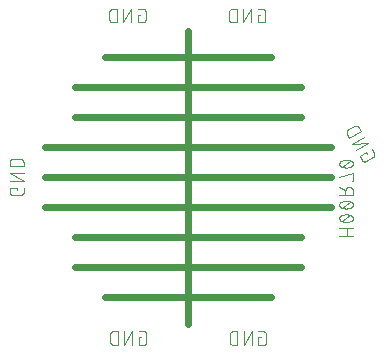
<source format=gbr>
G04 EAGLE Gerber RS-274X export*
G75*
%MOMM*%
%FSLAX34Y34*%
%LPD*%
%INSilkscreen Bottom*%
%IPPOS*%
%AMOC8*
5,1,8,0,0,1.08239X$1,22.5*%
G01*
%ADD10C,0.101600*%
%ADD11C,0.609600*%


D10*
X407088Y483471D02*
X405140Y483471D01*
X405140Y476980D01*
X409035Y476980D01*
X409134Y476982D01*
X409234Y476988D01*
X409333Y476997D01*
X409431Y477010D01*
X409529Y477027D01*
X409627Y477048D01*
X409723Y477073D01*
X409818Y477101D01*
X409912Y477133D01*
X410005Y477168D01*
X410097Y477207D01*
X410187Y477250D01*
X410275Y477295D01*
X410362Y477345D01*
X410446Y477397D01*
X410529Y477453D01*
X410609Y477511D01*
X410687Y477573D01*
X410762Y477638D01*
X410835Y477706D01*
X410905Y477776D01*
X410973Y477849D01*
X411038Y477924D01*
X411100Y478002D01*
X411158Y478082D01*
X411214Y478165D01*
X411266Y478249D01*
X411316Y478336D01*
X411361Y478424D01*
X411404Y478514D01*
X411443Y478606D01*
X411478Y478699D01*
X411510Y478793D01*
X411538Y478888D01*
X411563Y478984D01*
X411584Y479082D01*
X411601Y479180D01*
X411614Y479278D01*
X411623Y479377D01*
X411629Y479477D01*
X411631Y479576D01*
X411632Y479576D02*
X411632Y486068D01*
X411631Y486068D02*
X411629Y486167D01*
X411623Y486267D01*
X411614Y486366D01*
X411601Y486464D01*
X411584Y486562D01*
X411563Y486660D01*
X411538Y486756D01*
X411510Y486851D01*
X411478Y486945D01*
X411443Y487038D01*
X411404Y487130D01*
X411361Y487220D01*
X411316Y487308D01*
X411266Y487395D01*
X411214Y487479D01*
X411158Y487562D01*
X411100Y487642D01*
X411038Y487720D01*
X410973Y487795D01*
X410905Y487868D01*
X410835Y487938D01*
X410762Y488006D01*
X410687Y488071D01*
X410609Y488133D01*
X410529Y488191D01*
X410446Y488247D01*
X410362Y488299D01*
X410275Y488349D01*
X410187Y488394D01*
X410097Y488437D01*
X410005Y488476D01*
X409912Y488511D01*
X409818Y488543D01*
X409723Y488571D01*
X409627Y488596D01*
X409529Y488617D01*
X409431Y488634D01*
X409333Y488647D01*
X409234Y488656D01*
X409134Y488662D01*
X409035Y488664D01*
X405140Y488664D01*
X399440Y488664D02*
X399440Y476980D01*
X392948Y476980D02*
X399440Y488664D01*
X392948Y488664D02*
X392948Y476980D01*
X387248Y476980D02*
X387248Y488664D01*
X384002Y488664D01*
X383889Y488662D01*
X383776Y488656D01*
X383663Y488646D01*
X383550Y488632D01*
X383438Y488615D01*
X383327Y488593D01*
X383217Y488568D01*
X383107Y488538D01*
X382999Y488505D01*
X382892Y488468D01*
X382786Y488428D01*
X382682Y488383D01*
X382579Y488335D01*
X382478Y488284D01*
X382379Y488229D01*
X382282Y488171D01*
X382187Y488109D01*
X382094Y488044D01*
X382004Y487976D01*
X381916Y487905D01*
X381830Y487830D01*
X381747Y487753D01*
X381667Y487673D01*
X381590Y487590D01*
X381515Y487504D01*
X381444Y487416D01*
X381376Y487326D01*
X381311Y487233D01*
X381249Y487138D01*
X381191Y487041D01*
X381136Y486942D01*
X381085Y486841D01*
X381037Y486738D01*
X380992Y486634D01*
X380952Y486528D01*
X380915Y486421D01*
X380882Y486313D01*
X380852Y486203D01*
X380827Y486093D01*
X380805Y485982D01*
X380788Y485870D01*
X380774Y485757D01*
X380764Y485644D01*
X380758Y485531D01*
X380756Y485418D01*
X380756Y480226D01*
X380758Y480113D01*
X380764Y480000D01*
X380774Y479887D01*
X380788Y479774D01*
X380805Y479662D01*
X380827Y479551D01*
X380852Y479441D01*
X380882Y479331D01*
X380915Y479223D01*
X380952Y479116D01*
X380992Y479010D01*
X381037Y478906D01*
X381085Y478803D01*
X381136Y478702D01*
X381191Y478603D01*
X381249Y478506D01*
X381311Y478411D01*
X381376Y478318D01*
X381444Y478228D01*
X381515Y478140D01*
X381590Y478054D01*
X381667Y477971D01*
X381747Y477891D01*
X381830Y477814D01*
X381916Y477739D01*
X382004Y477668D01*
X382094Y477600D01*
X382187Y477535D01*
X382282Y477473D01*
X382379Y477415D01*
X382478Y477360D01*
X382579Y477309D01*
X382682Y477261D01*
X382786Y477216D01*
X382892Y477176D01*
X382999Y477139D01*
X383107Y477106D01*
X383217Y477076D01*
X383327Y477051D01*
X383438Y477029D01*
X383550Y477012D01*
X383663Y476998D01*
X383776Y476988D01*
X383889Y476982D01*
X384002Y476980D01*
X387248Y476980D01*
X497035Y367137D02*
X498009Y365450D01*
X497035Y367137D02*
X491414Y363891D01*
X493361Y360518D01*
X493362Y360518D02*
X493413Y360433D01*
X493468Y360350D01*
X493525Y360269D01*
X493586Y360190D01*
X493650Y360114D01*
X493717Y360040D01*
X493786Y359969D01*
X493858Y359900D01*
X493933Y359834D01*
X494010Y359772D01*
X494089Y359712D01*
X494171Y359655D01*
X494255Y359602D01*
X494341Y359551D01*
X494428Y359504D01*
X494518Y359461D01*
X494609Y359421D01*
X494701Y359384D01*
X494795Y359351D01*
X494890Y359322D01*
X494986Y359296D01*
X495083Y359274D01*
X495181Y359256D01*
X495279Y359241D01*
X495378Y359230D01*
X495477Y359223D01*
X495577Y359220D01*
X495676Y359221D01*
X495776Y359225D01*
X495875Y359234D01*
X495974Y359246D01*
X496072Y359261D01*
X496169Y359281D01*
X496266Y359304D01*
X496362Y359331D01*
X496456Y359362D01*
X496550Y359396D01*
X496642Y359434D01*
X496732Y359475D01*
X496821Y359520D01*
X496908Y359568D01*
X502530Y362813D01*
X502529Y362814D02*
X502614Y362865D01*
X502697Y362920D01*
X502778Y362977D01*
X502857Y363038D01*
X502933Y363102D01*
X503007Y363169D01*
X503078Y363238D01*
X503147Y363310D01*
X503213Y363385D01*
X503275Y363462D01*
X503335Y363541D01*
X503392Y363623D01*
X503445Y363707D01*
X503496Y363793D01*
X503543Y363880D01*
X503586Y363970D01*
X503626Y364061D01*
X503663Y364153D01*
X503696Y364247D01*
X503725Y364342D01*
X503751Y364438D01*
X503773Y364535D01*
X503791Y364633D01*
X503806Y364731D01*
X503817Y364830D01*
X503824Y364929D01*
X503827Y365029D01*
X503826Y365128D01*
X503822Y365228D01*
X503813Y365327D01*
X503801Y365425D01*
X503786Y365524D01*
X503766Y365621D01*
X503743Y365718D01*
X503716Y365814D01*
X503685Y365908D01*
X503651Y366002D01*
X503613Y366094D01*
X503572Y366184D01*
X503527Y366273D01*
X503479Y366360D01*
X503480Y366360D02*
X501533Y369733D01*
X498682Y374670D02*
X488564Y368828D01*
X485318Y374450D02*
X498682Y374670D01*
X495437Y380292D02*
X485318Y374450D01*
X482468Y379387D02*
X492586Y385229D01*
X490963Y388039D01*
X490964Y388040D02*
X490906Y388137D01*
X490844Y388232D01*
X490779Y388325D01*
X490711Y388415D01*
X490640Y388503D01*
X490565Y388589D01*
X490488Y388672D01*
X490408Y388752D01*
X490325Y388829D01*
X490239Y388904D01*
X490151Y388975D01*
X490061Y389043D01*
X489968Y389108D01*
X489873Y389170D01*
X489776Y389228D01*
X489677Y389283D01*
X489576Y389334D01*
X489473Y389382D01*
X489369Y389427D01*
X489263Y389467D01*
X489156Y389504D01*
X489048Y389537D01*
X488938Y389567D01*
X488828Y389592D01*
X488717Y389614D01*
X488605Y389631D01*
X488492Y389645D01*
X488379Y389655D01*
X488266Y389661D01*
X488153Y389663D01*
X488040Y389661D01*
X487927Y389655D01*
X487814Y389645D01*
X487701Y389631D01*
X487589Y389614D01*
X487478Y389592D01*
X487368Y389567D01*
X487258Y389537D01*
X487150Y389504D01*
X487043Y389467D01*
X486937Y389427D01*
X486833Y389382D01*
X486730Y389334D01*
X486629Y389283D01*
X486530Y389228D01*
X486530Y389227D02*
X482033Y386631D01*
X481936Y386573D01*
X481841Y386511D01*
X481748Y386446D01*
X481658Y386378D01*
X481570Y386307D01*
X481484Y386232D01*
X481401Y386155D01*
X481321Y386075D01*
X481244Y385992D01*
X481169Y385906D01*
X481098Y385818D01*
X481030Y385728D01*
X480965Y385635D01*
X480903Y385540D01*
X480845Y385443D01*
X480790Y385344D01*
X480739Y385243D01*
X480691Y385140D01*
X480646Y385036D01*
X480606Y384930D01*
X480569Y384823D01*
X480536Y384715D01*
X480506Y384605D01*
X480481Y384495D01*
X480459Y384384D01*
X480442Y384272D01*
X480428Y384159D01*
X480418Y384046D01*
X480412Y383933D01*
X480410Y383820D01*
X480412Y383707D01*
X480418Y383594D01*
X480428Y383481D01*
X480442Y383368D01*
X480459Y383256D01*
X480481Y383145D01*
X480506Y383035D01*
X480536Y382925D01*
X480569Y382817D01*
X480606Y382710D01*
X480646Y382604D01*
X480691Y382500D01*
X480739Y382397D01*
X480790Y382296D01*
X480845Y382197D01*
X482468Y379387D01*
X407596Y210451D02*
X405648Y210451D01*
X405648Y203960D01*
X409543Y203960D01*
X409642Y203962D01*
X409742Y203968D01*
X409841Y203977D01*
X409939Y203990D01*
X410037Y204007D01*
X410135Y204028D01*
X410231Y204053D01*
X410326Y204081D01*
X410420Y204113D01*
X410513Y204148D01*
X410605Y204187D01*
X410695Y204230D01*
X410783Y204275D01*
X410870Y204325D01*
X410954Y204377D01*
X411037Y204433D01*
X411117Y204491D01*
X411195Y204553D01*
X411270Y204618D01*
X411343Y204686D01*
X411413Y204756D01*
X411481Y204829D01*
X411546Y204904D01*
X411608Y204982D01*
X411666Y205062D01*
X411722Y205145D01*
X411774Y205229D01*
X411824Y205316D01*
X411869Y205404D01*
X411912Y205494D01*
X411951Y205586D01*
X411986Y205679D01*
X412018Y205773D01*
X412046Y205868D01*
X412071Y205964D01*
X412092Y206062D01*
X412109Y206160D01*
X412122Y206258D01*
X412131Y206357D01*
X412137Y206457D01*
X412139Y206556D01*
X412140Y206556D02*
X412140Y213048D01*
X412139Y213048D02*
X412137Y213147D01*
X412131Y213247D01*
X412122Y213346D01*
X412109Y213444D01*
X412092Y213542D01*
X412071Y213640D01*
X412046Y213736D01*
X412018Y213831D01*
X411986Y213925D01*
X411951Y214018D01*
X411912Y214110D01*
X411869Y214200D01*
X411824Y214288D01*
X411774Y214375D01*
X411722Y214459D01*
X411666Y214542D01*
X411608Y214622D01*
X411546Y214700D01*
X411481Y214775D01*
X411413Y214848D01*
X411343Y214918D01*
X411270Y214986D01*
X411195Y215051D01*
X411117Y215113D01*
X411037Y215171D01*
X410954Y215227D01*
X410870Y215279D01*
X410783Y215329D01*
X410695Y215374D01*
X410605Y215417D01*
X410513Y215456D01*
X410420Y215491D01*
X410326Y215523D01*
X410231Y215551D01*
X410135Y215576D01*
X410037Y215597D01*
X409939Y215614D01*
X409841Y215627D01*
X409742Y215636D01*
X409642Y215642D01*
X409543Y215644D01*
X405648Y215644D01*
X399948Y215644D02*
X399948Y203960D01*
X393456Y203960D02*
X399948Y215644D01*
X393456Y215644D02*
X393456Y203960D01*
X387756Y203960D02*
X387756Y215644D01*
X384510Y215644D01*
X384397Y215642D01*
X384284Y215636D01*
X384171Y215626D01*
X384058Y215612D01*
X383946Y215595D01*
X383835Y215573D01*
X383725Y215548D01*
X383615Y215518D01*
X383507Y215485D01*
X383400Y215448D01*
X383294Y215408D01*
X383190Y215363D01*
X383087Y215315D01*
X382986Y215264D01*
X382887Y215209D01*
X382790Y215151D01*
X382695Y215089D01*
X382602Y215024D01*
X382512Y214956D01*
X382424Y214885D01*
X382338Y214810D01*
X382255Y214733D01*
X382175Y214653D01*
X382098Y214570D01*
X382023Y214484D01*
X381952Y214396D01*
X381884Y214306D01*
X381819Y214213D01*
X381757Y214118D01*
X381699Y214021D01*
X381644Y213922D01*
X381593Y213821D01*
X381545Y213718D01*
X381500Y213614D01*
X381460Y213508D01*
X381423Y213401D01*
X381390Y213293D01*
X381360Y213183D01*
X381335Y213073D01*
X381313Y212962D01*
X381296Y212850D01*
X381282Y212737D01*
X381272Y212624D01*
X381266Y212511D01*
X381264Y212398D01*
X381264Y207206D01*
X381266Y207093D01*
X381272Y206980D01*
X381282Y206867D01*
X381296Y206754D01*
X381313Y206642D01*
X381335Y206531D01*
X381360Y206421D01*
X381390Y206311D01*
X381423Y206203D01*
X381460Y206096D01*
X381500Y205990D01*
X381545Y205886D01*
X381593Y205783D01*
X381644Y205682D01*
X381699Y205583D01*
X381757Y205486D01*
X381819Y205391D01*
X381884Y205298D01*
X381952Y205208D01*
X382023Y205120D01*
X382098Y205034D01*
X382175Y204951D01*
X382255Y204871D01*
X382338Y204794D01*
X382424Y204719D01*
X382512Y204648D01*
X382602Y204580D01*
X382695Y204515D01*
X382790Y204453D01*
X382887Y204395D01*
X382986Y204340D01*
X383087Y204289D01*
X383190Y204241D01*
X383294Y204196D01*
X383400Y204156D01*
X383507Y204119D01*
X383615Y204086D01*
X383725Y204056D01*
X383835Y204031D01*
X383946Y204009D01*
X384058Y203992D01*
X384171Y203978D01*
X384284Y203968D01*
X384397Y203962D01*
X384510Y203960D01*
X387756Y203960D01*
X201649Y335306D02*
X201649Y337254D01*
X195158Y337254D01*
X195158Y333359D01*
X195160Y333260D01*
X195166Y333160D01*
X195175Y333061D01*
X195188Y332963D01*
X195205Y332865D01*
X195226Y332767D01*
X195251Y332671D01*
X195279Y332576D01*
X195311Y332482D01*
X195346Y332389D01*
X195385Y332297D01*
X195428Y332207D01*
X195473Y332119D01*
X195523Y332032D01*
X195575Y331948D01*
X195631Y331865D01*
X195689Y331785D01*
X195751Y331707D01*
X195816Y331632D01*
X195884Y331559D01*
X195954Y331489D01*
X196027Y331421D01*
X196102Y331356D01*
X196180Y331294D01*
X196260Y331236D01*
X196343Y331180D01*
X196427Y331128D01*
X196514Y331078D01*
X196602Y331033D01*
X196692Y330990D01*
X196784Y330951D01*
X196877Y330916D01*
X196971Y330884D01*
X197066Y330856D01*
X197162Y330831D01*
X197260Y330810D01*
X197358Y330793D01*
X197456Y330780D01*
X197555Y330771D01*
X197655Y330765D01*
X197754Y330763D01*
X204246Y330763D01*
X204345Y330765D01*
X204445Y330771D01*
X204544Y330780D01*
X204642Y330793D01*
X204740Y330810D01*
X204838Y330831D01*
X204934Y330856D01*
X205029Y330884D01*
X205123Y330916D01*
X205216Y330951D01*
X205308Y330990D01*
X205398Y331033D01*
X205486Y331078D01*
X205573Y331128D01*
X205657Y331180D01*
X205740Y331236D01*
X205820Y331294D01*
X205898Y331356D01*
X205973Y331421D01*
X206046Y331489D01*
X206116Y331559D01*
X206184Y331632D01*
X206249Y331707D01*
X206311Y331785D01*
X206369Y331865D01*
X206425Y331948D01*
X206477Y332032D01*
X206527Y332119D01*
X206572Y332207D01*
X206615Y332297D01*
X206654Y332389D01*
X206689Y332481D01*
X206721Y332576D01*
X206749Y332671D01*
X206774Y332767D01*
X206795Y332865D01*
X206812Y332963D01*
X206825Y333061D01*
X206834Y333160D01*
X206840Y333260D01*
X206842Y333359D01*
X206842Y337254D01*
X206842Y342954D02*
X195158Y342954D01*
X195158Y349446D02*
X206842Y342954D01*
X206842Y349446D02*
X195158Y349446D01*
X195158Y355146D02*
X206842Y355146D01*
X206842Y358392D01*
X206840Y358505D01*
X206834Y358618D01*
X206824Y358731D01*
X206810Y358844D01*
X206793Y358956D01*
X206771Y359067D01*
X206746Y359177D01*
X206716Y359287D01*
X206683Y359395D01*
X206646Y359502D01*
X206606Y359608D01*
X206561Y359712D01*
X206513Y359815D01*
X206462Y359916D01*
X206407Y360015D01*
X206349Y360112D01*
X206287Y360207D01*
X206222Y360300D01*
X206154Y360390D01*
X206083Y360478D01*
X206008Y360564D01*
X205931Y360647D01*
X205851Y360727D01*
X205768Y360804D01*
X205682Y360879D01*
X205594Y360950D01*
X205504Y361018D01*
X205411Y361083D01*
X205316Y361145D01*
X205219Y361203D01*
X205120Y361258D01*
X205019Y361309D01*
X204916Y361357D01*
X204812Y361402D01*
X204706Y361442D01*
X204599Y361479D01*
X204491Y361512D01*
X204381Y361542D01*
X204271Y361567D01*
X204160Y361589D01*
X204048Y361606D01*
X203935Y361620D01*
X203822Y361630D01*
X203709Y361636D01*
X203596Y361638D01*
X198404Y361638D01*
X198291Y361636D01*
X198178Y361630D01*
X198065Y361620D01*
X197952Y361606D01*
X197840Y361589D01*
X197729Y361567D01*
X197619Y361542D01*
X197509Y361512D01*
X197401Y361479D01*
X197294Y361442D01*
X197188Y361402D01*
X197084Y361357D01*
X196981Y361309D01*
X196880Y361258D01*
X196781Y361203D01*
X196684Y361145D01*
X196589Y361083D01*
X196496Y361018D01*
X196406Y360950D01*
X196318Y360879D01*
X196232Y360804D01*
X196149Y360727D01*
X196069Y360647D01*
X195992Y360564D01*
X195917Y360478D01*
X195846Y360390D01*
X195778Y360300D01*
X195713Y360207D01*
X195651Y360112D01*
X195593Y360015D01*
X195538Y359916D01*
X195487Y359815D01*
X195439Y359712D01*
X195394Y359608D01*
X195354Y359502D01*
X195317Y359395D01*
X195284Y359287D01*
X195254Y359177D01*
X195229Y359067D01*
X195207Y358956D01*
X195190Y358844D01*
X195176Y358731D01*
X195166Y358618D01*
X195160Y358505D01*
X195158Y358392D01*
X195158Y355146D01*
X303628Y483471D02*
X305576Y483471D01*
X303628Y483471D02*
X303628Y476980D01*
X307523Y476980D01*
X307622Y476982D01*
X307722Y476988D01*
X307821Y476997D01*
X307919Y477010D01*
X308017Y477027D01*
X308115Y477048D01*
X308211Y477073D01*
X308306Y477101D01*
X308400Y477133D01*
X308493Y477168D01*
X308585Y477207D01*
X308675Y477250D01*
X308763Y477295D01*
X308850Y477345D01*
X308934Y477397D01*
X309017Y477453D01*
X309097Y477511D01*
X309175Y477573D01*
X309250Y477638D01*
X309323Y477706D01*
X309393Y477776D01*
X309461Y477849D01*
X309526Y477924D01*
X309588Y478002D01*
X309646Y478082D01*
X309702Y478165D01*
X309754Y478249D01*
X309804Y478336D01*
X309849Y478424D01*
X309892Y478514D01*
X309931Y478606D01*
X309966Y478699D01*
X309998Y478793D01*
X310026Y478888D01*
X310051Y478984D01*
X310072Y479082D01*
X310089Y479180D01*
X310102Y479278D01*
X310111Y479377D01*
X310117Y479477D01*
X310119Y479576D01*
X310120Y479576D02*
X310120Y486068D01*
X310119Y486068D02*
X310117Y486167D01*
X310111Y486267D01*
X310102Y486366D01*
X310089Y486464D01*
X310072Y486562D01*
X310051Y486660D01*
X310026Y486756D01*
X309998Y486851D01*
X309966Y486945D01*
X309931Y487038D01*
X309892Y487130D01*
X309849Y487220D01*
X309804Y487308D01*
X309754Y487395D01*
X309702Y487479D01*
X309646Y487562D01*
X309588Y487642D01*
X309526Y487720D01*
X309461Y487795D01*
X309393Y487868D01*
X309323Y487938D01*
X309250Y488006D01*
X309175Y488071D01*
X309097Y488133D01*
X309017Y488191D01*
X308934Y488247D01*
X308850Y488299D01*
X308763Y488349D01*
X308675Y488394D01*
X308585Y488437D01*
X308493Y488476D01*
X308400Y488511D01*
X308306Y488543D01*
X308211Y488571D01*
X308115Y488596D01*
X308017Y488617D01*
X307919Y488634D01*
X307821Y488647D01*
X307722Y488656D01*
X307622Y488662D01*
X307523Y488664D01*
X303628Y488664D01*
X297928Y488664D02*
X297928Y476980D01*
X291436Y476980D02*
X297928Y488664D01*
X291436Y488664D02*
X291436Y476980D01*
X285736Y476980D02*
X285736Y488664D01*
X282490Y488664D01*
X282377Y488662D01*
X282264Y488656D01*
X282151Y488646D01*
X282038Y488632D01*
X281926Y488615D01*
X281815Y488593D01*
X281705Y488568D01*
X281595Y488538D01*
X281487Y488505D01*
X281380Y488468D01*
X281274Y488428D01*
X281170Y488383D01*
X281067Y488335D01*
X280966Y488284D01*
X280867Y488229D01*
X280770Y488171D01*
X280675Y488109D01*
X280582Y488044D01*
X280492Y487976D01*
X280404Y487905D01*
X280318Y487830D01*
X280235Y487753D01*
X280155Y487673D01*
X280078Y487590D01*
X280003Y487504D01*
X279932Y487416D01*
X279864Y487326D01*
X279799Y487233D01*
X279737Y487138D01*
X279679Y487041D01*
X279624Y486942D01*
X279573Y486841D01*
X279525Y486738D01*
X279480Y486634D01*
X279440Y486528D01*
X279403Y486421D01*
X279370Y486313D01*
X279340Y486203D01*
X279315Y486093D01*
X279293Y485982D01*
X279276Y485870D01*
X279262Y485757D01*
X279252Y485644D01*
X279246Y485531D01*
X279244Y485418D01*
X279244Y480226D01*
X279246Y480113D01*
X279252Y480000D01*
X279262Y479887D01*
X279276Y479774D01*
X279293Y479662D01*
X279315Y479551D01*
X279340Y479441D01*
X279370Y479331D01*
X279403Y479223D01*
X279440Y479116D01*
X279480Y479010D01*
X279525Y478906D01*
X279573Y478803D01*
X279624Y478702D01*
X279679Y478603D01*
X279737Y478506D01*
X279799Y478411D01*
X279864Y478318D01*
X279932Y478228D01*
X280003Y478140D01*
X280078Y478054D01*
X280155Y477971D01*
X280235Y477891D01*
X280318Y477814D01*
X280404Y477739D01*
X280492Y477668D01*
X280582Y477600D01*
X280675Y477535D01*
X280770Y477473D01*
X280867Y477415D01*
X280966Y477360D01*
X281067Y477309D01*
X281170Y477261D01*
X281274Y477216D01*
X281380Y477176D01*
X281487Y477139D01*
X281595Y477106D01*
X281705Y477076D01*
X281815Y477051D01*
X281926Y477029D01*
X282038Y477012D01*
X282151Y476998D01*
X282264Y476988D01*
X282377Y476982D01*
X282490Y476980D01*
X285736Y476980D01*
X304302Y210451D02*
X306250Y210451D01*
X304302Y210451D02*
X304302Y203960D01*
X308197Y203960D01*
X308296Y203962D01*
X308396Y203968D01*
X308495Y203977D01*
X308593Y203990D01*
X308691Y204007D01*
X308789Y204028D01*
X308885Y204053D01*
X308980Y204081D01*
X309074Y204113D01*
X309167Y204148D01*
X309259Y204187D01*
X309349Y204230D01*
X309437Y204275D01*
X309524Y204325D01*
X309608Y204377D01*
X309691Y204433D01*
X309771Y204491D01*
X309849Y204553D01*
X309924Y204618D01*
X309997Y204686D01*
X310067Y204756D01*
X310135Y204829D01*
X310200Y204904D01*
X310262Y204982D01*
X310320Y205062D01*
X310376Y205145D01*
X310428Y205229D01*
X310478Y205316D01*
X310523Y205404D01*
X310566Y205494D01*
X310605Y205586D01*
X310640Y205679D01*
X310672Y205773D01*
X310700Y205868D01*
X310725Y205964D01*
X310746Y206062D01*
X310763Y206160D01*
X310776Y206258D01*
X310785Y206357D01*
X310791Y206457D01*
X310793Y206556D01*
X310794Y206556D02*
X310794Y213048D01*
X310793Y213048D02*
X310791Y213147D01*
X310785Y213247D01*
X310776Y213346D01*
X310763Y213444D01*
X310746Y213542D01*
X310725Y213640D01*
X310700Y213736D01*
X310672Y213831D01*
X310640Y213925D01*
X310605Y214018D01*
X310566Y214110D01*
X310523Y214200D01*
X310478Y214288D01*
X310428Y214375D01*
X310376Y214459D01*
X310320Y214542D01*
X310262Y214622D01*
X310200Y214700D01*
X310135Y214775D01*
X310067Y214848D01*
X309997Y214918D01*
X309924Y214986D01*
X309849Y215051D01*
X309771Y215113D01*
X309691Y215171D01*
X309608Y215227D01*
X309524Y215279D01*
X309437Y215329D01*
X309349Y215374D01*
X309259Y215417D01*
X309167Y215456D01*
X309074Y215491D01*
X308980Y215523D01*
X308885Y215551D01*
X308789Y215576D01*
X308691Y215597D01*
X308593Y215614D01*
X308495Y215627D01*
X308396Y215636D01*
X308296Y215642D01*
X308197Y215644D01*
X304302Y215644D01*
X298602Y215644D02*
X298602Y203960D01*
X292110Y203960D02*
X298602Y215644D01*
X292110Y215644D02*
X292110Y203960D01*
X286410Y203960D02*
X286410Y215644D01*
X283164Y215644D01*
X283051Y215642D01*
X282938Y215636D01*
X282825Y215626D01*
X282712Y215612D01*
X282600Y215595D01*
X282489Y215573D01*
X282379Y215548D01*
X282269Y215518D01*
X282161Y215485D01*
X282054Y215448D01*
X281948Y215408D01*
X281844Y215363D01*
X281741Y215315D01*
X281640Y215264D01*
X281541Y215209D01*
X281444Y215151D01*
X281349Y215089D01*
X281256Y215024D01*
X281166Y214956D01*
X281078Y214885D01*
X280992Y214810D01*
X280909Y214733D01*
X280829Y214653D01*
X280752Y214570D01*
X280677Y214484D01*
X280606Y214396D01*
X280538Y214306D01*
X280473Y214213D01*
X280411Y214118D01*
X280353Y214021D01*
X280298Y213922D01*
X280247Y213821D01*
X280199Y213718D01*
X280154Y213614D01*
X280114Y213508D01*
X280077Y213401D01*
X280044Y213293D01*
X280014Y213183D01*
X279989Y213073D01*
X279967Y212962D01*
X279950Y212850D01*
X279936Y212737D01*
X279926Y212624D01*
X279920Y212511D01*
X279918Y212398D01*
X279918Y207206D01*
X279920Y207093D01*
X279926Y206980D01*
X279936Y206867D01*
X279950Y206754D01*
X279967Y206642D01*
X279989Y206531D01*
X280014Y206421D01*
X280044Y206311D01*
X280077Y206203D01*
X280114Y206096D01*
X280154Y205990D01*
X280199Y205886D01*
X280247Y205783D01*
X280298Y205682D01*
X280353Y205583D01*
X280411Y205486D01*
X280473Y205391D01*
X280538Y205298D01*
X280606Y205208D01*
X280677Y205120D01*
X280752Y205034D01*
X280829Y204951D01*
X280909Y204871D01*
X280992Y204794D01*
X281078Y204719D01*
X281166Y204648D01*
X281256Y204580D01*
X281349Y204515D01*
X281444Y204453D01*
X281541Y204395D01*
X281640Y204340D01*
X281741Y204289D01*
X281844Y204241D01*
X281948Y204196D01*
X282054Y204156D01*
X282161Y204119D01*
X282269Y204086D01*
X282379Y204056D01*
X282489Y204031D01*
X282600Y204009D01*
X282712Y203992D01*
X282825Y203978D01*
X282938Y203968D01*
X283051Y203962D01*
X283164Y203960D01*
X286410Y203960D01*
D11*
X275590Y244602D02*
X416560Y244602D01*
X441960Y270002D02*
X250190Y270002D01*
X250190Y295402D02*
X441960Y295402D01*
X467360Y320802D02*
X224790Y320802D01*
X224790Y346202D02*
X467360Y346202D01*
X467360Y371602D02*
X224790Y371602D01*
X250190Y397002D02*
X441960Y397002D01*
X441960Y422402D02*
X250190Y422402D01*
X275590Y447802D02*
X416560Y447802D01*
D10*
X474128Y296219D02*
X485812Y296219D01*
X480619Y296219D02*
X480619Y302710D01*
X485812Y302710D02*
X474128Y302710D01*
X479970Y308030D02*
X480200Y308033D01*
X480430Y308041D01*
X480659Y308055D01*
X480888Y308074D01*
X481117Y308099D01*
X481344Y308129D01*
X481572Y308164D01*
X481798Y308205D01*
X482023Y308251D01*
X482247Y308303D01*
X482469Y308360D01*
X482691Y308422D01*
X482910Y308490D01*
X483128Y308563D01*
X483345Y308641D01*
X483559Y308724D01*
X483771Y308812D01*
X483981Y308905D01*
X484189Y309004D01*
X484189Y309003D02*
X484279Y309036D01*
X484368Y309072D01*
X484456Y309112D01*
X484541Y309156D01*
X484625Y309203D01*
X484707Y309253D01*
X484787Y309307D01*
X484864Y309363D01*
X484940Y309423D01*
X485013Y309486D01*
X485083Y309551D01*
X485151Y309620D01*
X485215Y309691D01*
X485277Y309764D01*
X485336Y309840D01*
X485392Y309918D01*
X485445Y309999D01*
X485494Y310081D01*
X485540Y310165D01*
X485583Y310252D01*
X485622Y310339D01*
X485658Y310429D01*
X485690Y310519D01*
X485718Y310611D01*
X485743Y310704D01*
X485764Y310798D01*
X485781Y310892D01*
X485795Y310987D01*
X485804Y311083D01*
X485810Y311179D01*
X485812Y311275D01*
X485810Y311371D01*
X485804Y311467D01*
X485795Y311563D01*
X485781Y311658D01*
X485764Y311752D01*
X485743Y311846D01*
X485718Y311939D01*
X485690Y312031D01*
X485658Y312121D01*
X485622Y312211D01*
X485583Y312298D01*
X485540Y312385D01*
X485494Y312469D01*
X485445Y312551D01*
X485392Y312632D01*
X485336Y312710D01*
X485277Y312786D01*
X485215Y312859D01*
X485151Y312930D01*
X485083Y312999D01*
X485013Y313064D01*
X484940Y313127D01*
X484864Y313187D01*
X484787Y313243D01*
X484707Y313297D01*
X484625Y313347D01*
X484541Y313394D01*
X484456Y313438D01*
X484368Y313478D01*
X484279Y313514D01*
X484189Y313547D01*
X483982Y313646D01*
X483772Y313739D01*
X483559Y313827D01*
X483345Y313910D01*
X483129Y313988D01*
X482911Y314061D01*
X482691Y314129D01*
X482470Y314191D01*
X482247Y314248D01*
X482023Y314300D01*
X481798Y314346D01*
X481572Y314387D01*
X481345Y314422D01*
X481117Y314452D01*
X480888Y314477D01*
X480659Y314496D01*
X480430Y314510D01*
X480200Y314518D01*
X479970Y314521D01*
X479970Y308029D02*
X479740Y308032D01*
X479510Y308040D01*
X479281Y308054D01*
X479052Y308073D01*
X478823Y308098D01*
X478595Y308128D01*
X478368Y308163D01*
X478142Y308204D01*
X477917Y308250D01*
X477693Y308302D01*
X477470Y308359D01*
X477249Y308421D01*
X477029Y308489D01*
X476811Y308562D01*
X476595Y308640D01*
X476381Y308723D01*
X476169Y308811D01*
X475958Y308904D01*
X475751Y309003D01*
X475661Y309036D01*
X475572Y309072D01*
X475484Y309113D01*
X475399Y309156D01*
X475315Y309203D01*
X475233Y309253D01*
X475153Y309307D01*
X475076Y309363D01*
X475000Y309423D01*
X474927Y309486D01*
X474857Y309551D01*
X474789Y309620D01*
X474725Y309691D01*
X474663Y309764D01*
X474604Y309840D01*
X474548Y309918D01*
X474495Y309999D01*
X474446Y310081D01*
X474400Y310165D01*
X474357Y310252D01*
X474318Y310339D01*
X474282Y310429D01*
X474250Y310519D01*
X474222Y310611D01*
X474197Y310704D01*
X474176Y310798D01*
X474159Y310892D01*
X474145Y310987D01*
X474136Y311083D01*
X474130Y311179D01*
X474128Y311275D01*
X475751Y313547D02*
X475958Y313646D01*
X476169Y313739D01*
X476381Y313827D01*
X476595Y313910D01*
X476811Y313988D01*
X477029Y314061D01*
X477249Y314129D01*
X477470Y314191D01*
X477693Y314248D01*
X477917Y314300D01*
X478142Y314346D01*
X478368Y314387D01*
X478595Y314422D01*
X478823Y314452D01*
X479052Y314477D01*
X479281Y314496D01*
X479510Y314510D01*
X479740Y314518D01*
X479970Y314521D01*
X475751Y313547D02*
X475661Y313514D01*
X475572Y313478D01*
X475484Y313438D01*
X475399Y313394D01*
X475315Y313347D01*
X475233Y313297D01*
X475153Y313243D01*
X475076Y313187D01*
X475000Y313127D01*
X474927Y313064D01*
X474857Y312999D01*
X474789Y312930D01*
X474725Y312859D01*
X474663Y312786D01*
X474604Y312710D01*
X474548Y312632D01*
X474495Y312551D01*
X474446Y312469D01*
X474400Y312385D01*
X474357Y312298D01*
X474318Y312211D01*
X474282Y312121D01*
X474250Y312031D01*
X474222Y311939D01*
X474197Y311846D01*
X474176Y311752D01*
X474159Y311658D01*
X474145Y311563D01*
X474136Y311467D01*
X474130Y311371D01*
X474128Y311275D01*
X476724Y308679D02*
X483216Y313872D01*
X479970Y319460D02*
X480200Y319463D01*
X480430Y319471D01*
X480659Y319485D01*
X480888Y319504D01*
X481117Y319529D01*
X481344Y319559D01*
X481572Y319594D01*
X481798Y319635D01*
X482023Y319681D01*
X482247Y319733D01*
X482469Y319790D01*
X482691Y319852D01*
X482910Y319920D01*
X483128Y319993D01*
X483345Y320071D01*
X483559Y320154D01*
X483771Y320242D01*
X483981Y320335D01*
X484189Y320434D01*
X484189Y320433D02*
X484279Y320466D01*
X484368Y320502D01*
X484456Y320542D01*
X484541Y320586D01*
X484625Y320633D01*
X484707Y320683D01*
X484787Y320737D01*
X484864Y320793D01*
X484940Y320853D01*
X485013Y320916D01*
X485083Y320981D01*
X485151Y321050D01*
X485215Y321121D01*
X485277Y321194D01*
X485336Y321270D01*
X485392Y321348D01*
X485445Y321429D01*
X485494Y321511D01*
X485540Y321595D01*
X485583Y321682D01*
X485622Y321769D01*
X485658Y321859D01*
X485690Y321949D01*
X485718Y322041D01*
X485743Y322134D01*
X485764Y322228D01*
X485781Y322322D01*
X485795Y322417D01*
X485804Y322513D01*
X485810Y322609D01*
X485812Y322705D01*
X485810Y322801D01*
X485804Y322897D01*
X485795Y322993D01*
X485781Y323088D01*
X485764Y323182D01*
X485743Y323276D01*
X485718Y323369D01*
X485690Y323461D01*
X485658Y323551D01*
X485622Y323641D01*
X485583Y323728D01*
X485540Y323815D01*
X485494Y323899D01*
X485445Y323981D01*
X485392Y324062D01*
X485336Y324140D01*
X485277Y324216D01*
X485215Y324289D01*
X485151Y324360D01*
X485083Y324429D01*
X485013Y324494D01*
X484940Y324557D01*
X484864Y324617D01*
X484787Y324673D01*
X484707Y324727D01*
X484625Y324777D01*
X484541Y324824D01*
X484456Y324868D01*
X484368Y324908D01*
X484279Y324944D01*
X484189Y324977D01*
X483982Y325076D01*
X483772Y325169D01*
X483559Y325257D01*
X483345Y325340D01*
X483129Y325418D01*
X482911Y325491D01*
X482691Y325559D01*
X482470Y325621D01*
X482247Y325678D01*
X482023Y325730D01*
X481798Y325776D01*
X481572Y325817D01*
X481345Y325852D01*
X481117Y325882D01*
X480888Y325907D01*
X480659Y325926D01*
X480430Y325940D01*
X480200Y325948D01*
X479970Y325951D01*
X479970Y319459D02*
X479740Y319462D01*
X479510Y319470D01*
X479281Y319484D01*
X479052Y319503D01*
X478823Y319528D01*
X478595Y319558D01*
X478368Y319593D01*
X478142Y319634D01*
X477917Y319680D01*
X477693Y319732D01*
X477470Y319789D01*
X477249Y319851D01*
X477029Y319919D01*
X476811Y319992D01*
X476595Y320070D01*
X476381Y320153D01*
X476169Y320241D01*
X475958Y320334D01*
X475751Y320433D01*
X475661Y320466D01*
X475572Y320502D01*
X475484Y320543D01*
X475399Y320586D01*
X475315Y320633D01*
X475233Y320683D01*
X475153Y320737D01*
X475076Y320793D01*
X475000Y320853D01*
X474927Y320916D01*
X474857Y320981D01*
X474789Y321050D01*
X474725Y321121D01*
X474663Y321194D01*
X474604Y321270D01*
X474548Y321348D01*
X474495Y321429D01*
X474446Y321511D01*
X474400Y321595D01*
X474357Y321682D01*
X474318Y321769D01*
X474282Y321859D01*
X474250Y321949D01*
X474222Y322041D01*
X474197Y322134D01*
X474176Y322228D01*
X474159Y322322D01*
X474145Y322417D01*
X474136Y322513D01*
X474130Y322609D01*
X474128Y322705D01*
X475751Y324977D02*
X475958Y325076D01*
X476169Y325169D01*
X476381Y325257D01*
X476595Y325340D01*
X476811Y325418D01*
X477029Y325491D01*
X477249Y325559D01*
X477470Y325621D01*
X477693Y325678D01*
X477917Y325730D01*
X478142Y325776D01*
X478368Y325817D01*
X478595Y325852D01*
X478823Y325882D01*
X479052Y325907D01*
X479281Y325926D01*
X479510Y325940D01*
X479740Y325948D01*
X479970Y325951D01*
X475751Y324977D02*
X475661Y324944D01*
X475572Y324908D01*
X475484Y324868D01*
X475399Y324824D01*
X475315Y324777D01*
X475233Y324727D01*
X475153Y324673D01*
X475076Y324617D01*
X475000Y324557D01*
X474927Y324494D01*
X474857Y324429D01*
X474789Y324360D01*
X474725Y324289D01*
X474663Y324216D01*
X474604Y324140D01*
X474548Y324062D01*
X474495Y323981D01*
X474446Y323899D01*
X474400Y323815D01*
X474357Y323728D01*
X474318Y323641D01*
X474282Y323551D01*
X474250Y323461D01*
X474222Y323369D01*
X474197Y323276D01*
X474176Y323182D01*
X474159Y323088D01*
X474145Y322993D01*
X474136Y322897D01*
X474130Y322801D01*
X474128Y322705D01*
X476724Y320109D02*
X483216Y325301D01*
X485812Y331344D02*
X474128Y331344D01*
X485812Y331344D02*
X485812Y334590D01*
X485810Y334703D01*
X485804Y334816D01*
X485794Y334929D01*
X485780Y335042D01*
X485763Y335154D01*
X485741Y335265D01*
X485716Y335375D01*
X485686Y335485D01*
X485653Y335593D01*
X485616Y335700D01*
X485576Y335806D01*
X485531Y335910D01*
X485483Y336013D01*
X485432Y336114D01*
X485377Y336213D01*
X485319Y336310D01*
X485257Y336405D01*
X485192Y336498D01*
X485124Y336588D01*
X485053Y336676D01*
X484978Y336762D01*
X484901Y336845D01*
X484821Y336925D01*
X484738Y337002D01*
X484652Y337077D01*
X484564Y337148D01*
X484474Y337216D01*
X484381Y337281D01*
X484286Y337343D01*
X484189Y337401D01*
X484090Y337456D01*
X483989Y337507D01*
X483886Y337555D01*
X483782Y337600D01*
X483676Y337640D01*
X483569Y337677D01*
X483461Y337710D01*
X483351Y337740D01*
X483241Y337765D01*
X483130Y337787D01*
X483018Y337804D01*
X482905Y337818D01*
X482792Y337828D01*
X482679Y337834D01*
X482566Y337836D01*
X482453Y337834D01*
X482340Y337828D01*
X482227Y337818D01*
X482114Y337804D01*
X482002Y337787D01*
X481891Y337765D01*
X481781Y337740D01*
X481671Y337710D01*
X481563Y337677D01*
X481456Y337640D01*
X481350Y337600D01*
X481246Y337555D01*
X481143Y337507D01*
X481042Y337456D01*
X480943Y337401D01*
X480846Y337343D01*
X480751Y337281D01*
X480658Y337216D01*
X480568Y337148D01*
X480480Y337077D01*
X480394Y337002D01*
X480311Y336925D01*
X480231Y336845D01*
X480154Y336762D01*
X480079Y336676D01*
X480008Y336588D01*
X479940Y336498D01*
X479875Y336405D01*
X479813Y336310D01*
X479755Y336213D01*
X479700Y336114D01*
X479649Y336013D01*
X479601Y335910D01*
X479556Y335806D01*
X479516Y335700D01*
X479479Y335593D01*
X479446Y335485D01*
X479416Y335375D01*
X479391Y335265D01*
X479369Y335154D01*
X479352Y335042D01*
X479338Y334929D01*
X479328Y334816D01*
X479322Y334703D01*
X479320Y334590D01*
X479321Y334590D02*
X479321Y331344D01*
X479321Y335239D02*
X474128Y337835D01*
X484514Y342700D02*
X485812Y342700D01*
X485812Y349192D01*
X474128Y345946D01*
X479970Y354131D02*
X480200Y354134D01*
X480430Y354142D01*
X480659Y354156D01*
X480888Y354175D01*
X481117Y354200D01*
X481344Y354230D01*
X481572Y354265D01*
X481798Y354306D01*
X482023Y354352D01*
X482247Y354404D01*
X482469Y354461D01*
X482691Y354523D01*
X482910Y354591D01*
X483128Y354664D01*
X483345Y354742D01*
X483559Y354825D01*
X483771Y354913D01*
X483981Y355006D01*
X484189Y355105D01*
X484189Y355104D02*
X484279Y355137D01*
X484368Y355173D01*
X484456Y355213D01*
X484541Y355257D01*
X484625Y355304D01*
X484707Y355354D01*
X484787Y355408D01*
X484864Y355464D01*
X484940Y355524D01*
X485013Y355587D01*
X485083Y355652D01*
X485151Y355721D01*
X485215Y355792D01*
X485277Y355865D01*
X485336Y355941D01*
X485392Y356019D01*
X485445Y356100D01*
X485494Y356182D01*
X485540Y356266D01*
X485583Y356353D01*
X485622Y356440D01*
X485658Y356530D01*
X485690Y356620D01*
X485718Y356712D01*
X485743Y356805D01*
X485764Y356899D01*
X485781Y356993D01*
X485795Y357088D01*
X485804Y357184D01*
X485810Y357280D01*
X485812Y357376D01*
X485810Y357472D01*
X485804Y357568D01*
X485795Y357664D01*
X485781Y357759D01*
X485764Y357853D01*
X485743Y357947D01*
X485718Y358040D01*
X485690Y358132D01*
X485658Y358222D01*
X485622Y358312D01*
X485583Y358399D01*
X485540Y358486D01*
X485494Y358570D01*
X485445Y358652D01*
X485392Y358733D01*
X485336Y358811D01*
X485277Y358887D01*
X485215Y358960D01*
X485151Y359031D01*
X485083Y359100D01*
X485013Y359165D01*
X484940Y359228D01*
X484864Y359288D01*
X484787Y359344D01*
X484707Y359398D01*
X484625Y359448D01*
X484541Y359495D01*
X484456Y359539D01*
X484368Y359579D01*
X484279Y359615D01*
X484189Y359648D01*
X483982Y359747D01*
X483772Y359840D01*
X483559Y359928D01*
X483345Y360011D01*
X483129Y360089D01*
X482911Y360162D01*
X482691Y360230D01*
X482470Y360292D01*
X482247Y360349D01*
X482023Y360401D01*
X481798Y360447D01*
X481572Y360488D01*
X481345Y360523D01*
X481117Y360553D01*
X480888Y360578D01*
X480659Y360597D01*
X480430Y360611D01*
X480200Y360619D01*
X479970Y360622D01*
X479970Y354130D02*
X479740Y354133D01*
X479510Y354141D01*
X479281Y354155D01*
X479052Y354174D01*
X478823Y354199D01*
X478595Y354229D01*
X478368Y354264D01*
X478142Y354305D01*
X477917Y354351D01*
X477693Y354403D01*
X477470Y354460D01*
X477249Y354522D01*
X477029Y354590D01*
X476811Y354663D01*
X476595Y354741D01*
X476381Y354824D01*
X476169Y354912D01*
X475958Y355005D01*
X475751Y355104D01*
X475661Y355137D01*
X475572Y355173D01*
X475484Y355214D01*
X475399Y355257D01*
X475315Y355304D01*
X475233Y355354D01*
X475153Y355408D01*
X475076Y355464D01*
X475000Y355524D01*
X474927Y355587D01*
X474857Y355652D01*
X474789Y355721D01*
X474725Y355792D01*
X474663Y355865D01*
X474604Y355941D01*
X474548Y356019D01*
X474495Y356100D01*
X474446Y356182D01*
X474400Y356266D01*
X474357Y356353D01*
X474318Y356440D01*
X474282Y356530D01*
X474250Y356620D01*
X474222Y356712D01*
X474197Y356805D01*
X474176Y356899D01*
X474159Y356993D01*
X474145Y357088D01*
X474136Y357184D01*
X474130Y357280D01*
X474128Y357376D01*
X475751Y359648D02*
X475958Y359747D01*
X476169Y359840D01*
X476381Y359928D01*
X476595Y360011D01*
X476811Y360089D01*
X477029Y360162D01*
X477249Y360230D01*
X477470Y360292D01*
X477693Y360349D01*
X477917Y360401D01*
X478142Y360447D01*
X478368Y360488D01*
X478595Y360523D01*
X478823Y360553D01*
X479052Y360578D01*
X479281Y360597D01*
X479510Y360611D01*
X479740Y360619D01*
X479970Y360622D01*
X475751Y359648D02*
X475661Y359615D01*
X475572Y359579D01*
X475484Y359539D01*
X475399Y359495D01*
X475315Y359448D01*
X475233Y359398D01*
X475153Y359344D01*
X475076Y359288D01*
X475000Y359228D01*
X474927Y359165D01*
X474857Y359100D01*
X474789Y359031D01*
X474725Y358960D01*
X474663Y358887D01*
X474604Y358811D01*
X474548Y358733D01*
X474495Y358652D01*
X474446Y358570D01*
X474400Y358486D01*
X474357Y358399D01*
X474318Y358312D01*
X474282Y358222D01*
X474250Y358132D01*
X474222Y358040D01*
X474197Y357947D01*
X474176Y357853D01*
X474159Y357759D01*
X474145Y357664D01*
X474136Y357568D01*
X474130Y357472D01*
X474128Y357376D01*
X476724Y354779D02*
X483216Y359972D01*
D11*
X346202Y469900D02*
X346202Y221996D01*
M02*

</source>
